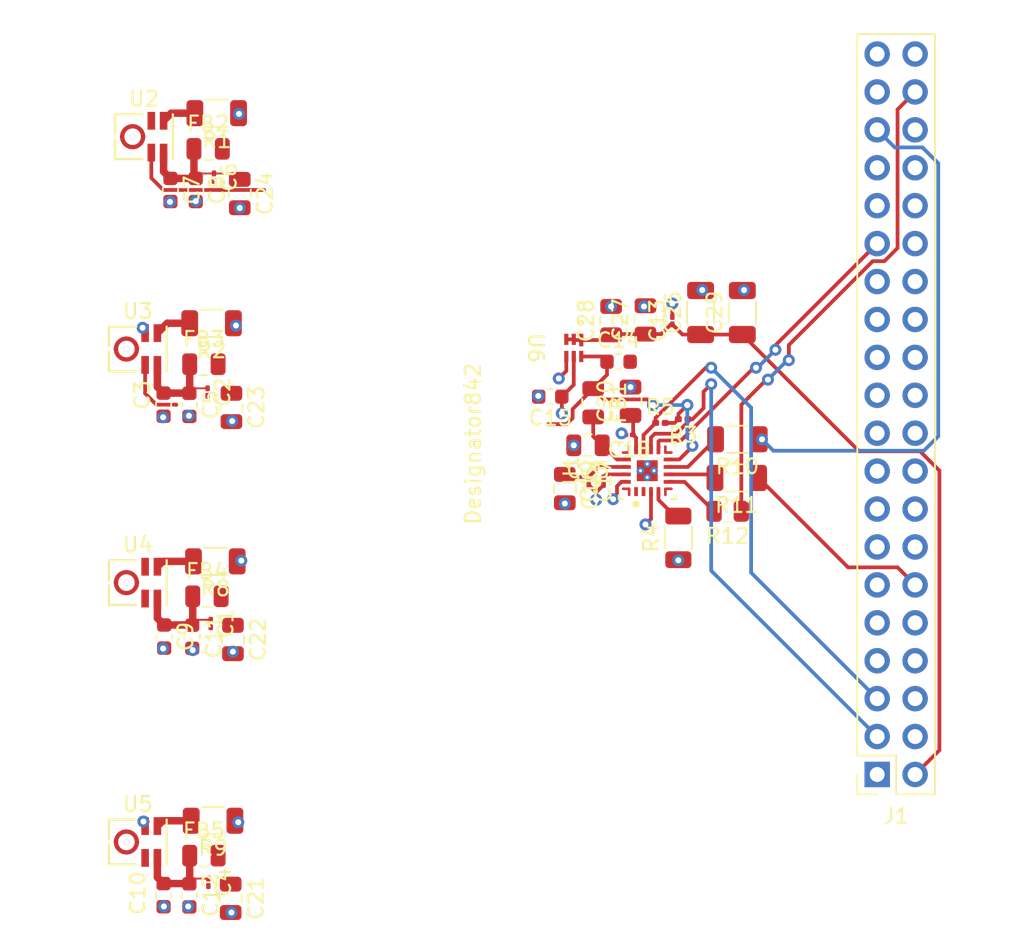
<source format=kicad_pcb>
(kicad_pcb (version 20221018) (generator pcbnew)
  (layers (0 "F.Cu" signal) (31 "B.Cu" signal) (34 "B.Paste" user) (35 "F.Paste" user) (36 "B.SilkS" user "B.Silkscreen") (37 "F.SilkS" user "F.Silkscreen") (38 "B.Mask" user) (39 "F.Mask" user) (44 "Edge.Cuts" user))
  (net 0 "")
  (net 1 "GND")
  (net 2 "+5V")
  (net 3 "AVDD")
  (net 4 "+1V8")
  (net 5 "AREG")
  (net 6 "DREG")
  (net 7 "VREF")
  (net 8 "PDM_IN_2")
  (net 9 "Net-(U2-DATA)")
  (net 10 "Net-(U3-DATA)")
  (net 11 "PDMCLK")
  (net 12 "Net-(U1-PDMCLK_GPO1)")
  (net 13 "PDM_IN_1")
  (net 14 "Net-(U4-DATA)")
  (net 15 "Net-(U5-DATA)")
  (net 16 "FSYNC")
  (net 17 "Net-(U1-FSYNC)")
  (net 18 "FBCLK")
  (net 19 "Net-(U1-BCLK)")
  (net 20 "SDOUT")
  (net 21 "Net-(U1-SDOUT)")
  (net 24 "SDA")
  (net 25 "SCL")
  (net 63 "Net-(U2-VDD)")
  (net 64 "Net-(U4-VDD)")
  (net 65 "Net-(U3-VDD)")
  (net 66 "Net-(U5-VDD)")
  (net 67 "IOVDD")
  (net 68 "PCMD_GPIO1")
  (footprint "Resistor_SMD:R_1206_3216Metric" (layer "F.Cu") (at 39.0956 31.8516 180)
    (fp_text reference "R1")
    (fp_text value "100")
  )
  (footprint "Capacitor_SMD:C_0603_1608Metric" (layer "F.Cu") (at 37.2656 51.389 -90)
    (fp_text reference "C5")
    (fp_text value "330pf")
  )
  (footprint "Capacitor_SMD:C_0603_1608Metric" (layer "F.Cu") (at 61.425 50.8412 180)
    (fp_text reference "C15")
    (fp_text value "1uf")
  )
  (footprint "Resistor_SMD:R_1206_3216Metric" (layer "F.Cu") (at 39.0037 61.8744 180)
    (fp_text reference "R8")
    (fp_text value "100")
  )
  (footprint "Capacitor_SMD:C_0603_1608Metric" (layer "F.Cu") (at 66 48.5)
    (fp_text reference "C14")
    (fp_text value "1uf")
  )
  (footprint "Resistor_SMD:R_1206_3216Metric" (layer "F.Cu") (at 73.9541 53.6956 180)
    (fp_text reference "R10")
    (fp_text value "0")
  )
  (footprint "Resistor_SMD:R_1206_3216Metric" (layer "F.Cu") (at 73.914 56.2864 180)
    (fp_text reference "R11")
    (fp_text value "0")
  )
  (footprint "Capacitor_SMD:C_0603_1608Metric" (layer "F.Cu") (at 37.6936 36.9954 -90)
    (fp_text reference "C8")
    (fp_text value "330pf")
  )
  (footprint "Capacitor_SMD:C_1206_3216Metric" (layer "F.Cu") (at 71.4908 45.2056 90)
    (fp_text reference "C26")
    (fp_text value "100nf")
  )
  (footprint "Capacitor_SMD:C_01005_0402Metric" (layer "F.Cu") (at 38.5356 83.3712 -90)
    (fp_text reference "C4")
    (fp_text value "0.1uf")
  )
  (footprint "Capacitor_SMD:C_0805_2012Metric" (layer "F.Cu") (at 40.0812 51.562 -90)
    (fp_text reference "C23")
    (fp_text value "2.2uf")
  )
  (footprint "Audio_Break_Out:DSE6_TEX" (layer "F.Cu") (at 63 47.575 -90)
    (fp_text reference "U6")
    (fp_text value "TLV7103318QDSERQ1" hide)
  )
  (footprint "Capacitor_SMD:C_0603_1608Metric" (layer "F.Cu") (at 35.5384 51.376 -90)
    (fp_text reference "C3")
    (fp_text value "47pf")
  )
  (footprint "Capacitor_SMD:C_0805_2012Metric" (layer "F.Cu") (at 62.4 57 -90)
    (fp_text reference "C16")
    (fp_text value "10uf")
  )
  (footprint "Capacitor_SMD:C_0603_1608Metric" (layer "F.Cu") (at 37.4572 66.9222 -90)
    (fp_text reference "C11")
    (fp_text value "330pf")
  )
  (footprint "Audio_Break_Out:SPH0690LM4H-1_KNO" (layer "F.Cu") (at 33.8138 80.6697)
    (fp_text reference "U5")
    (fp_text value "SPH0690LM4H-1")
  )
  (footprint "Capacitor_SMD:C_0603_1608Metric" (layer "F.Cu") (at 35.9968 36.9954 -90)
    (fp_text reference "C7")
    (fp_text value "47pf")
  )
  (footprint "Resistor_SMD:R_0805_2012Metric" (layer "F.Cu") (at 73.3044 58.5216 180)
    (fp_text reference "R12")
    (fp_text value "33")
  )
  (footprint "Capacitor_SMD:C_0805_2012Metric" (layer "F.Cu") (at 38.2372 48.6664)
    (fp_text reference "FB3")
    (fp_text value "FerriteBead")
  )
  (footprint "Capacitor_SMD:C_0805_2012Metric" (layer "F.Cu") (at 40.1828 67.1068 -90)
    (fp_text reference "C22")
    (fp_text value "2.2uf")
  )
  (footprint "Capacitor_SMD:C_1206_3216Metric" (layer "F.Cu") (at 74.2848 45.2056 90)
    (fp_text reference "C29")
    (fp_text value "10uf")
  )
  (footprint "Capacitor_SMD:C_0603_1608Metric" (layer "F.Cu") (at 35.5384 84.2308 -90)
    (fp_text reference "C10")
    (fp_text value "47pf")
  )
  (footprint "Audio_Break_Out:RTE0020A-MFG" (layer "F.Cu") (at 67.9196 55.7988 90)
    (fp_text reference "U1")
    (fp_text value "PCMD3140IRTER")
  )
  (footprint "Capacitor_SMD:C_0805_2012Metric" (layer "F.Cu") (at 40.0304 84.4448 -90)
    (fp_text reference "C21")
    (fp_text value "2.2uf")
  )
  (footprint "Capacitor_SMD:C_01005_0402Metric" (layer "F.Cu") (at 66.7 53.4 180)
    (fp_text reference "C18")
    (fp_text value "0.1uf")
  )
  (footprint "Capacitor_SMD:C_0805_2012Metric" (layer "F.Cu") (at 64.3 51.25 -90)
    (fp_text reference "FB1")
    (fp_text value "FerriteBead")
  )
  (footprint "Capacitor_SMD:C_0805_2012Metric" (layer "F.Cu") (at 40.64 37.2364 -90)
    (fp_text reference "C24")
    (fp_text value "2.2uf")
  )
  (footprint "Resistor_SMD:R_1206_3216Metric" (layer "F.Cu") (at 38.8513 79.248 180)
    (fp_text reference "R9")
    (fp_text value "100")
  )
  (footprint "Capacitor_SMD:C_0603_1608Metric" (layer "F.Cu") (at 37.2656 84.2438 -90)
    (fp_text reference "C12")
    (fp_text value "330pf")
  )
  (footprint "Resistor_SMD:R_0201_0603Metric" (layer "F.Cu") (at 68.8 52.6)
    (fp_text reference "R5")
    (fp_text value "470")
  )
  (footprint "Connector_PinSocket_2.54mm:PinSocket_2x20_P2.54mm_Vertical" (layer "F.Cu") (at 83.312 76.1492 180)
    (fp_text reference "J1")
    (fp_text value "Conn_02x20_Odd_Even")
  )
  (footprint "Capacitor_SMD:C_0805_2012Metric" (layer "F.Cu") (at 65.5 45.75 90)
    (fp_text reference "C28")
    (fp_text value "100pf")
  )
  (footprint "Resistor_SMD:R_0201_0603Metric" (layer "F.Cu") (at 70.322 52.3494 180)
    (fp_text reference "R3")
    (fp_text value "470")
  )
  (footprint "Capacitor_SMD:C_0805_2012Metric" (layer "F.Cu") (at 67.8 45.7 90)
    (fp_text reference "C27")
    (fp_text value "1nf")
  )
  (footprint "Capacitor_SMD:C_0805_2012Metric" (layer "F.Cu") (at 66.8 51.15 90)
    (fp_text reference "C20")
    (fp_text value "10uf")
  )
  (footprint "Resistor_SMD:R_1206_3216Metric" (layer "F.Cu") (at 70 60.3 90)
    (fp_text reference "R4")
    (fp_text value "100")
  )
  (footprint "Capacitor_SMD:C_0805_2012Metric" (layer "F.Cu") (at 63.95 54.1 180)
    (fp_text reference "C25")
    (fp_text value "2.2uf")
  )
  (footprint "Capacitor_SMD:C_0805_2012Metric" (layer "F.Cu") (at 38.4404 64.2112)
    (fp_text reference "FB4")
    (fp_text value "FerriteBead")
  )
  (footprint "Capacitor_SMD:C_01005_0402Metric" (layer "F.Cu") (at 64 56.5 -90)
    (fp_text reference "C17")
    (fp_text value "0.1uf")
  )
  (footprint "Capacitor_SMD:C_01005_0402Metric" (layer "F.Cu") (at 69.6 45.75 90)
    (fp_text reference "C13")
    (fp_text value "10nf")
  )
  (footprint "Capacitor_SMD:C_0805_2012Metric" (layer "F.Cu") (at 38.5216 34.2392)
    (fp_text reference "FB2")
    (fp_text value "FerriteBead")
  )
  (footprint "Audio_Break_Out:SPH0690LM4H-1_KNO" (layer "F.Cu") (at 34.229 33.4271)
    (fp_text reference "U2")
    (fp_text value "SPH0690LM4H-1")
  )
  (footprint "Audio_Break_Out:SPH0690LM4H-1_KNO" (layer "F.Cu") (at 33.8138 63.2975)
    (fp_text reference "U4")
    (fp_text value "SPH0690LM4H-1")
  )
  (footprint "Capacitor_SMD:C_01005_0402Metric" (layer "F.Cu") (at 38.9128 36.1398 -90)
    (fp_text reference "C6")
    (fp_text value "0.1uf")
  )
  (footprint "Audio_Break_Out:SPH0690LM4H-1_KNO" (layer "F.Cu") (at 33.8138 47.6497)
    (fp_text reference "U3")
    (fp_text value "SPH0690LM4H-1")
  )
  (footprint "Capacitor_SMD:C_01005_0402Metric" (layer "F.Cu") (at 38.6968 66.0376 -90)
    (fp_text reference "C1")
    (fp_text value "0.1uf")
  )
  (footprint "Resistor_SMD:R_1206_3216Metric" (layer "F.Cu") (at 38.7507 45.9232 180)
    (fp_text reference "R2")
    (fp_text value "100")
  )
  (footprint "Capacitor_SMD:C_01005_0402Metric" (layer "F.Cu") (at 38.4848 50.5334 -90)
    (fp_text reference "C2")
    (fp_text value "0.1uf")
  )
  (footprint "Capacitor_SMD:C_0805_2012Metric" (layer "F.Cu") (at 38.2372 81.5848)
    (fp_text reference "FB5")
    (fp_text value "FerriteBead")
  )
  (footprint "Capacitor_SMD:C_01005_0402Metric" (layer "F.Cu") (at 65 56.5 90)
    (fp_text reference "C19")
    (fp_text value "0.1uf")
  )
  (footprint "Capacitor_SMD:C_0603_1608Metric" (layer "F.Cu") (at 35.5776 66.9092 -90)
    (fp_text reference "C9")
    (fp_text value "47pf")
  )
  (segment (start 37.2364 52.1348) (end 37.2656 52.164) (width 0.25) (layer "F.Cu") (net 1))
  (segment (start 40.0964 52.512) (end 40.132 52.4764) (width 0.25) (layer "F.Cu") (net 1))
  (segment (start 64.975 56.775) (end 65 56.775) (width 0.25) (layer "F.Cu") (net 1))
  (segment (start 61.946 49.622) (end 61.946 49.622) (width 0.25) (layer "F.Cu") (net 1))
  (segment (start 35.9664 37.7952) (end 35.972 37.7952) (width 0.25) (layer "F.Cu") (net 1))
  (segment (start 64.5 57.25) (end 64.975 56.775) (width 0.25) (layer "F.Cu") (net 1))
  (segment (start 40.64 38.1864) (end 40.64 38.2016) (width 0.25) (layer "F.Cu") (net 1))
  (segment (start 35.5384 52.1932) (end 35.5092 52.2224) (width 0.25) (layer "F.Cu") (net 1))
  (segment (start 37.216 85.0188) (end 37.1856 84.9884) (width 0.25) (layer "F.Cu") (net 1))
  (segment (start 64.5 57.75) (end 64.5 57.25) (width 0.25) (layer "F.Cu") (net 1))
  (segment (start 35.5454 67.7164) (end 35.5776 67.6842) (width 0.25) (layer "F.Cu") (net 1))
  (segment (start 69.6 44.6) (end 69.6 45.475) (width 0.25) (layer "F.Cu") (net 1))
  (segment (start 35.972 37.7952) (end 35.9968 37.7704) (width 0.25) (layer "F.Cu") (net 1))
  (segment (start 64.025 56.775) (end 64 56.775) (width 0.25) (layer "F.Cu") (net 1))
  (segment (start 35.5384 52.151) (end 35.5384 52.1932) (width 0.25) (layer "F.Cu") (net 1))
  (segment (start 61.9968 49.622) (end 61.946 49.622) (width 0.25) (layer "F.Cu") (net 1))
  (segment (start 40.0812 52.512) (end 40.0964 52.512) (width 0.25) (layer "F.Cu") (net 1))
  (segment (start 62.500001 48.15) (end 62.500001 49.118799) (width 0.25) (layer "F.Cu") (net 1))
  (segment (start 35.5092 67.7164) (end 35.5454 67.7164) (width 0.25) (layer "F.Cu") (net 1))
  (segment (start 37.2656 85.0188) (end 37.216 85.0188) (width 0.25) (layer "F.Cu") (net 1))
  (segment (start 40.0304 85.3948) (end 40.0812 85.3948) (width 0.25) (layer "F.Cu") (net 1))
  (segment (start 35.5558 84.9884) (end 35.5384 85.0058) (width 0.25) (layer "F.Cu") (net 1))
  (segment (start 37.4572 67.7848) (end 37.4904 67.818) (width 0.25) (layer "F.Cu") (net 1))
  (segment (start 37.4572 67.6972) (end 37.4572 67.7848) (width 0.25) (layer "F.Cu") (net 1))
  (segment (start 62.500001 49.118799) (end 61.9968 49.622) (width 0.25) (layer "F.Cu") (net 1))
  (segment (start 64.5 57.25) (end 64.025 56.775) (width 0.25) (layer "F.Cu") (net 1))
  (segment (start 37.2364 52.1208) (end 37.2364 52.1348) (width 0.25) (layer "F.Cu") (net 1))
  (segment (start 35.56 84.9884) (end 35.5558 84.9884) (width 0.25) (layer "F.Cu") (net 1))
  (segment (start 37.6936 37.7444) (end 37.6936 37.7704) (width 0.25) (layer "F.Cu") (net 1))
  (segment (start 61.9968 49.5712) (end 61.9968 49.622) (width 0.25) (layer "F.Cu") (net 1))
  (segment (start 40.1828 67.9196) (end 40.1828 68.0568) (width 0.25) (layer "F.Cu") (net 1))
  (via (at 37.6936 37.7444) (size 0.8) (drill 0.4) (layers "F.Cu" "B.Cu") (net 1))
  (via (at 40.132 52.4764) (size 0.8) (drill 0.4) (layers "F.Cu" "B.Cu") (net 1))
  (via (at 35.9664 37.7952) (size 0.8) (drill 0.4) (layers "F.Cu" "B.Cu") (net 1))
  (via (at 66.2 53.3) (size 0.8) (drill 0.4) (layers "F.Cu" "B.Cu") (net 1))
  (via (at 40.1828 67.9196) (size 0.8) (drill 0.4) (layers "F.Cu" "B.Cu") (net 1))
  (via (at 35.5092 67.7164) (size 0.8) (drill 0.4) (layers "F.Cu" "B.Cu") (net 1))
  (via (at 64.5 57.75) (size 0.8) (drill 0.4) (layers "F.Cu" "B.Cu") (net 1))
  (via (at 35.5092 52.2224) (size 0.8) (drill 0.4) (layers "F.Cu" "B.Cu") (net 1))
  (via (at 37.4904 67.818) (size 0.8) (drill 0.4) (layers "F.Cu" "B.Cu") (net 1))
  (via (at 71.6 43.7) (size 0.8) (drill 0.4) (layers "F.Cu" "B.Cu") (net 1))
  (via (at 37.1856 84.9884) (size 0.8) (drill 0.4) (layers "F.Cu" "B.Cu") (net 1))
  (via (at 40.0812 85.3948) (size 0.8) (drill 0.4) (layers "F.Cu" "B.Cu") (net 1))
  (via (at 34.1884 79.2988) (size 0.8) (drill 0.4) (layers "F.Cu" "B.Cu") (net 1))
  (via (at 63 54.1) (size 0.8) (drill 0.4) (layers "F.Cu" "B.Cu") (net 1))
  (via (at 67.7 44.8) (size 0.8) (drill 0.4) (layers "F.Cu" "B.Cu") (net 1))
  (via (at 62.4 58) (size 0.8) (drill 0.4) (layers "F.Cu" "B.Cu") (net 1))
  (via (at 74.4 43.7) (size 0.8) (drill 0.4) (layers "F.Cu" "B.Cu") (net 1))
  (via (at 60.6252 50.7904) (size 0.8) (drill 0.4) (layers "F.Cu" "B.Cu") (net 1))
  (via (at 66.8 50.2) (size 0.8) (drill 0.4) (layers "F.Cu" "B.Cu") (net 1))
  (via (at 65.5 44.8) (size 0.8) (drill 0.4) (layers "F.Cu" "B.Cu") (net 1))
  (via (at 37.2364 52.1208) (size 0.8) (drill 0.4) (layers "F.Cu" "B.Cu") (net 1))
  (via (at 34.1376 46.228) (size 0.8) (drill 0.4) (layers "F.Cu" "B.Cu") (net 1))
  (via (at 69.6 44.6) (size 0.8) (drill 0.4) (layers "F.Cu" "B.Cu") (net 1))
  (via (at 40.64 38.2016) (size 0.8) (drill 0.4) (layers "F.Cu" "B.Cu") (net 1))
  (via (at 35.56 84.9884) (size 0.8) (drill 0.4) (layers "F.Cu" "B.Cu") (net 1))
  (via (at 61.9968 49.622) (size 0.8) (drill 0.4) (layers "F.Cu" "B.Cu") (net 1))
  (segment (start 71.4908 46.6806) (end 70.2806 46.6806) (width 0.25) (layer "F.Cu") (net 2))
  (segment (start 87.477 74.5242) (end 85.852 76.1492) (width 0.25) (layer "F.Cu") (net 2))
  (segment (start 65.149962 47.050038) (end 65.5 46.7) (width 0.25) (layer "F.Cu") (net 2))
  (segment (start 69.475 46.025) (end 68.85 46.65) (width 0.25) (layer "F.Cu") (net 2))
  (segment (start 63 47) (end 62.500001 47) (width 0.25) (layer "F.Cu") (net 2))
  (segment (start 87.477 55.792499) (end 87.477 74.5242) (width 0.25) (layer "F.Cu") (net 2))
  (segment (start 63.499999 47.050038) (end 65.149962 47.050038) (width 0.25) (layer "F.Cu") (net 2))
  (segment (start 82.1042 54.5) (end 86.184501 54.5) (width 0.25) (layer "F.Cu") (net 2))
  (segment (start 74.2848 46.6806) (end 82.1042 54.5) (width 0.25) (layer "F.Cu") (net 2))
  (segment (start 65.55 46.65) (end 65.5 46.7) (width 0.25) (layer "F.Cu") (net 2))
  (segment (start 63.499999 47.050038) (end 63.050038 47.050038) (width 0.25) (layer "F.Cu") (net 2))
  (segment (start 70.2806 46.6806) (end 69.625 46.025) (width 0.25) (layer "F.Cu") (net 2))
  (segment (start 86.184501 54.5) (end 87.477 55.792499) (width 0.25) (layer "F.Cu") (net 2))
  (segment (start 69.625 46.025) (end 69.475 46.025) (width 0.25) (layer "F.Cu") (net 2))
  (segment (start 67.8 46.65) (end 65.55 46.65) (width 0.25) (layer "F.Cu") (net 2))
  (segment (start 68.85 46.65) (end 67.8 46.65) (width 0.25) (layer "F.Cu") (net 2))
  (segment (start 63.050038 47.050038) (end 63 47) (width 0.25) (layer "F.Cu") (net 2))
  (segment (start 71.4908 46.6806) (end 74.2848 46.6806) (width 0.25) (layer "F.Cu") (net 2))
  (segment (start 64.951201 54.1) (end 65.9 55.048799) (width 0.25) (layer "F.Cu") (net 3))
  (segment (start 64.3 53.5) (end 64.9 54.1) (width 0.25) (layer "F.Cu") (net 3))
  (segment (start 66.5196 55.048799) (end 65.9 55.048799) (width 0.25) (layer "F.Cu") (net 3))
  (segment (start 64.3 52.2) (end 64.3 53.5) (width 0.25) (layer "F.Cu") (net 3))
  (segment (start 65.9 55.048799) (end 65.898799 55.048799) (width 0.25) (layer "F.Cu") (net 3))
  (segment (start 64.9 54.1) (end 64.951201 54.1) (width 0.25) (layer "F.Cu") (net 3))
  (segment (start 63 48.15) (end 63 50.0412) (width 0.25) (layer "F.Cu") (net 4))
  (segment (start 62.2 50.8412) (end 62.2 51.9588) (width 0.25) (layer "F.Cu") (net 4))
  (segment (start 62.2 50.623827) (end 62.2 50.8412) (width 0.25) (layer "F.Cu") (net 4))
  (segment (start 62.2 51.9588) (end 62.2 51.908) (width 0.25) (layer "F.Cu") (net 4))
  (segment (start 63 50.0412) (end 62.2 50.8412) (width 0.25) (layer "F.Cu") (net 4))
  (via (at 62.2 51.9588) (size 0.8) (drill 0.4) (layers "F.Cu" "B.Cu") (net 4))
  (segment (start 62.4 56.05) (end 62.575 56.225) (width 0.25) (layer "F.Cu") (net 5))
  (segment (start 62.575 56.225) (end 64 56.225) (width 0.25) (layer "F.Cu") (net 5))
  (segment (start 66.5196 55.5488) (end 64.6762 55.5488) (width 0.25) (layer "F.Cu") (net 5))
  (segment (start 64.6762 55.5488) (end 64 56.225) (width 0.25) (layer "F.Cu") (net 5))
  (segment (start 67.169599 54.3988) (end 67.169599 53.594599) (width 0.25) (layer "F.Cu") (net 6))
  (segment (start 66.975 52.275) (end 66.975 53.4) (width 0.25) (layer "F.Cu") (net 6))
  (segment (start 66.8 52.1) (end 66.975 52.275) (width 0.25) (layer "F.Cu") (net 6))
  (segment (start 67.169599 53.594599) (end 66.975 53.4) (width 0.25) (layer "F.Cu") (net 6))
  (segment (start 67.169599 54.3988) (end 67.1664 54.395601) (width 0.25) (layer "F.Cu") (net 6))
  (segment (start 66.5196 56.0488) (end 65.1762 56.0488) (width 0.25) (layer "F.Cu") (net 7))
  (segment (start 65.1762 56.0488) (end 65 56.225) (width 0.25) (layer "F.Cu") (net 7))
  (segment (start 65.894601 56.839179) (end 65.894601 57.447799) (width 0.25) (layer "F.Cu") (net 8))
  (segment (start 65.894601 57.447799) (end 65.6336 57.7088) (width 0.25) (layer "F.Cu") (net 8))
  (segment (start 66.5196 56.548801) (end 66.184979 56.548801) (width 0.25) (layer "F.Cu") (net 8))
  (segment (start 40.2132 45.9232) (end 40.5581 45.5783) (width 0.25) (layer "F.Cu") (net 8))
  (segment (start 66.184979 56.548801) (end 65.894601 56.839179) (width 0.25) (layer "F.Cu") (net 8))
  (via (at 40.5892 31.9024) (size 0.8) (drill 0.4) (layers "F.Cu" "B.Cu") (net 8))
  (via (at 40.386 46.0756) (size 0.8) (drill 0.4) (layers "F.Cu" "B.Cu") (net 8))
  (via (at 65.6336 57.7088) (size 0.8) (drill 0.4) (layers "F.Cu" "B.Cu") (net 8))
  (segment (start 40.5892 31.9024) (end 40.5384 31.8516) (width 0.25) (layer "B.Cu") (net 8))
  (segment (start 40.5384 31.9532) (end 40.5892 31.9024) (width 0.25) (layer "B.Cu") (net 8))
  (segment (start 40.5384 31.8516) (end 40.5384 31.8008) (width 0.25) (layer "B.Cu") (net 8))
  (segment (start 40.3352 46.0248) (end 40.386 46.0756) (width 0.25) (layer "B.Cu") (net 8))
  (segment (start 37.6331 31.8516) (end 36.049 31.8516) (width 0.5) (layer "F.Cu") (net 9))
  (segment (start 36.049 31.8516) (end 35.5396 32.361) (width 0.5) (layer "F.Cu") (net 9))
  (segment (start 37.2882 45.9232) (end 35.7848 45.9232) (width 0.5) (layer "F.Cu") (net 10))
  (segment (start 35.7848 45.9232) (end 35.1244 46.5836) (width 0.5) (layer "F.Cu") (net 10))
  (segment (start 34.7176 36.194017) (end 34.7176 34.4932) (width 0.25) (layer "F.Cu") (net 11))
  (segment (start 36.380399 51.376) (end 35.060583 51.376) (width 0.25) (layer "F.Cu") (net 11))
  (segment (start 42.2786 36.9954) (end 35.518983 36.9954) (width 0.25) (layer "F.Cu") (net 11))
  (segment (start 36.393399 51.389) (end 36.380399 51.376) (width 0.25) (layer "F.Cu") (net 11))
  (segment (start 35.518983 36.9954) (end 34.7176 36.194017) (width 0.25) (layer "F.Cu") (net 11))
  (segment (start 35.060583 51.376) (end 34.3024 50.617817) (width 0.25) (layer "F.Cu") (net 11))
  (segment (start 34.3024 50.617817) (end 34.3024 48.7158) (width 0.25) (layer "F.Cu") (net 11))
  (via (at 70 61.8) (size 0.8) (drill 0.4) (layers "F.Cu" "B.Cu") (net 11))
  (segment (start 69.758302 58.8375) (end 70 58.8375) (width 0.25) (layer "F.Cu") (net 12))
  (segment (start 68.669601 57.748799) (end 69.758302 58.8375) (width 0.25) (layer "F.Cu") (net 12))
  (segment (start 68.669601 57.1988) (end 68.669601 57.748799) (width 0.25) (layer "F.Cu") (net 12))
  (segment (start 68.1696 57.1988) (end 68.1696 59.0304) (width 0.25) (layer "F.Cu") (net 13))
  (segment (start 68.1696 59.0304) (end 67.8 59.4) (width 0.25) (layer "F.Cu") (net 13))
  (via (at 40.5384 79.3496) (size 0.8) (drill 0.4) (layers "F.Cu" "B.Cu") (net 13))
  (via (at 67.8 59.4) (size 0.8) (drill 0.4) (layers "F.Cu" "B.Cu") (net 13))
  (via (at 40.7416 61.8236) (size 0.8) (drill 0.4) (layers "F.Cu" "B.Cu") (net 13))
  (segment (start 40.7416 61.8236) (end 40.8432 61.6712) (width 0.25) (layer "B.Cu") (net 13))
  (segment (start 40.5384 79.3496) (end 40.386 79.3496) (width 0.25) (layer "B.Cu") (net 13))
  (segment (start 35.4814 61.8744) (end 35.1244 62.2314) (width 0.5) (layer "F.Cu") (net 14))
  (segment (start 37.5412 61.8744) (end 35.4814 61.8744) (width 0.5) (layer "F.Cu") (net 14))
  (segment (start 37.3888 79.248) (end 35.48 79.248) (width 0.5) (layer "F.Cu") (net 15))
  (segment (start 35.48 79.248) (end 35.1244 79.6036) (width 0.5) (layer "F.Cu") (net 15))
  (via (at 75.6 53.7) (size 0.8) (drill 0.4) (layers "F.Cu" "B.Cu") (net 16))
  (segment (start 76.3642 54.4642) (end 86.4358 54.4642) (width 0.25) (layer "B.Cu") (net 16))
  (segment (start 86.338701 34.1442) (end 84.487 34.1442) (width 0.25) (layer "B.Cu") (net 16))
  (segment (start 87.4 35.205499) (end 86.338701 34.1442) (width 0.25) (layer "B.Cu") (net 16))
  (segment (start 75.6 53.7) (end 76.3642 54.4642) (width 0.25) (layer "B.Cu") (net 16))
  (segment (start 84.487 34.1442) (end 83.312 32.9692) (width 0.25) (layer "B.Cu") (net 16))
  (segment (start 87.4 53.5) (end 87.4 35.205499) (width 0.25) (layer "B.Cu") (net 16))
  (segment (start 86.4358 54.4642) (end 87.4 53.5) (width 0.25) (layer "B.Cu") (net 16))
  (segment (start 70.6384 55.5488) (end 72.4916 53.6956) (width 0.25) (layer "F.Cu") (net 17))
  (segment (start 69.3196 55.5488) (end 70.6384 55.5488) (width 0.25) (layer "F.Cu") (net 17))
  (segment (start 81.3643 62.2742) (end 84.677 62.2742) (width 0.25) (layer "F.Cu") (net 18))
  (segment (start 75.3765 56.2864) (end 81.3643 62.2742) (width 0.25) (layer "F.Cu") (net 18))
  (segment (start 84.677 62.2742) (end 85.852 63.4492) (width 0.25) (layer "F.Cu") (net 18))
  (segment (start 69.3196 56.0488) (end 72.2139 56.0488) (width 0.25) (layer "F.Cu") (net 19))
  (segment (start 72.2139 56.0488) (end 72.4515 56.2864) (width 0.25) (layer "F.Cu") (net 19))
  (segment (start 83.015299 41.7642) (end 83.798701 41.7642) (width 0.25) (layer "F.Cu") (net 20))
  (segment (start 83.798701 41.7642) (end 84.677 40.885901) (width 0.25) (layer "F.Cu") (net 20))
  (segment (start 84.677 31.6042) (end 85.852 30.4292) (width 0.25) (layer "F.Cu") (net 20))
  (segment (start 84.677 40.885901) (end 84.677 31.6042) (width 0.25) (layer "F.Cu") (net 20))
  (segment (start 74.2169 51.3831) (end 75.9 49.7) (width 0.25) (layer "F.Cu") (net 20))
  (segment (start 77.4 47.379499) (end 83.015299 41.7642) (width 0.25) (layer "F.Cu") (net 20))
  (segment (start 76 49.6) (end 75.9 49.7) (width 0.25) (layer "F.Cu") (net 20))
  (segment (start 74.2169 58.5216) (end 74.2169 51.3831) (width 0.25) (layer "F.Cu") (net 20))
  (segment (start 77.4 48.4) (end 77.4 47.379499) (width 0.25) (layer "F.Cu") (net 20))
  (segment (start 75.9 49.7) (end 76 49.7) (width 0.25) (layer "F.Cu") (net 20))
  (segment (start 76 49.7) (end 76 49.6) (width 0.25) (layer "F.Cu") (net 20))
  (via (at 76 49.7) (size 0.8) (drill 0.4) (layers "F.Cu" "B.Cu") (net 20))
  (via (at 77.4 48.4) (size 0.8) (drill 0.4) (layers "F.Cu" "B.Cu") (net 20))
  (segment (start 77.3 48.4) (end 76 49.7) (width 0.25) (layer "B.Cu") (net 20))
  (segment (start 77.4 48.4) (end 77.3 48.4) (width 0.25) (layer "B.Cu") (net 20))
  (segment (start 69.3196 56.548801) (end 70.419101 56.548801) (width 0.25) (layer "F.Cu") (net 21))
  (segment (start 70.419101 56.548801) (end 72.3919 58.5216) (width 0.25) (layer "F.Cu") (net 21))
  (segment (start 68.1696 54.3988) (end 68.1696 53.575099) (width 0.25) (layer "F.Cu") (net 24))
  (segment (start 70.642 52.3494) (end 70.9506 52.3494) (width 0.25) (layer "F.Cu") (net 24))
  (segment (start 70.642 52.540441) (end 70.642 52.3494) (width 0.25) (layer "F.Cu") (net 24))
  (segment (start 68.1696 53.575099) (end 68.420898 53.323801) (width 0.25) (layer "F.Cu") (net 24))
  (segment (start 68.420898 53.323801) (end 69.85864 53.323801) (width 0.25) (layer "F.Cu") (net 24))
  (segment (start 70.9506 52.3494) (end 71.6904 51.6096) (width 0.25) (layer "F.Cu") (net 24))
  (segment (start 71.6904 51.6096) (end 71.6904 50.5096) (width 0.25) (layer "F.Cu") (net 24))
  (segment (start 69.85864 53.323801) (end 70.642 52.540441) (width 0.25) (layer "F.Cu") (net 24))
  (segment (start 71.6904 50.5096) (end 72.2 50) (width 0.25) (layer "F.Cu") (net 24))
  (via (at 72.2 50) (size 0.8) (drill 0.4) (layers "F.Cu" "B.Cu") (net 24))
  (segment (start 72.2 50) (end 72.2 62.4972) (width 0.25) (layer "B.Cu") (net 24))
  (segment (start 72.2 62.4972) (end 83.312 73.6092) (width 0.25) (layer "B.Cu") (net 24))
  (segment (start 68.48 52.258604) (end 71.838604 48.9) (width 0.25) (layer "F.Cu") (net 25))
  (segment (start 71.838604 48.9) (end 72.2 48.9) (width 0.25) (layer "F.Cu") (net 25))
  (segment (start 68.48 52.6) (end 68.48 52.258604) (width 0.25) (layer "F.Cu") (net 25))
  (segment (start 67.6696 53.4104) (end 68.48 52.6) (width 0.25) (layer "F.Cu") (net 25))
  (segment (start 67.6696 54.3988) (end 67.6696 53.4104) (width 0.25) (layer "F.Cu") (net 25))
  (via (at 72.2 48.9) (size 0.8) (drill 0.4) (layers "F.Cu" "B.Cu") (net 25))
  (segment (start 74.875 51.575) (end 74.875 62.6322) (width 0.25) (layer "B.Cu") (net 25))
  (segment (start 74.875 62.6322) (end 83.312 71.0692) (width 0.25) (layer "B.Cu") (net 25))
  (segment (start 72.2 48.9) (end 74.875 51.575) (width 0.25) (layer "B.Cu") (net 25))
  (segment (start 35.9968 36.2204) (end 37.6936 36.2204) (width 0.5) (layer "F.Cu") (net 63))
  (segment (start 38.9128 35.8898) (end 40.2434 35.8898) (width 0.125) (layer "F.Cu") (net 63))
  (segment (start 38.0242 35.8898) (end 37.6936 36.2204) (width 0.125) (layer "F.Cu") (net 63))
  (segment (start 40.2434 35.8898) (end 40.64 36.2864) (width 0.125) (layer "F.Cu") (net 63))
  (segment (start 38.9128 35.8898) (end 38.0242 35.8898) (width 0.125) (layer "F.Cu") (net 63))
  (segment (start 37.3176 34.4932) (end 37.5716 34.2392) (width 0.5) (layer "F.Cu") (net 63))
  (segment (start 35.5396 35.7632) (end 35.9968 36.2204) (width 0.5) (layer "F.Cu") (net 63))
  (segment (start 37.5716 36.0984) (end 37.6936 36.2204) (width 0.5) (layer "F.Cu") (net 63))
  (segment (start 35.5396 34.4932) (end 35.5396 35.7632) (width 0.5) (layer "F.Cu") (net 63))
  (segment (start 37.5716 34.2392) (end 37.5716 36.0984) (width 0.5) (layer "F.Cu") (net 63))
  (segment (start 37.8168 65.7876) (end 37.4572 66.1472) (width 0.125) (layer "F.Cu") (net 64))
  (segment (start 35.1244 65.681) (end 35.5776 66.1342) (width 0.5) (layer "F.Cu") (net 64))
  (segment (start 38.6968 65.7876) (end 37.8168 65.7876) (width 0.125) (layer "F.Cu") (net 64))
  (segment (start 37.4904 64.2112) (end 37.4904 66.114) (width 0.5) (layer "F.Cu") (net 64))
  (segment (start 37.4442 66.1342) (end 37.4572 66.1472) (width 0.5) (layer "F.Cu") (net 64))
  (segment (start 35.1244 64.3636) (end 35.1244 65.681) (width 0.5) (layer "F.Cu") (net 64))
  (segment (start 37.4904 66.114) (end 37.4572 66.1472) (width 0.5) (layer "F.Cu") (net 64))
  (segment (start 35.5776 66.1342) (end 37.4442 66.1342) (width 0.5) (layer "F.Cu") (net 64))
  (segment (start 37.5962 50.2834) (end 37.2656 50.614) (width 0.125) (layer "F.Cu") (net 65))
  (segment (start 35.1244 50.187) (end 35.5384 50.601) (width 0.5) (layer "F.Cu") (net 65))
  (segment (start 35.1244 48.7158) (end 35.1244 50.187) (width 0.5) (layer "F.Cu") (net 65))
  (segment (start 37.2872 50.5924) (end 37.2656 50.614) (width 0.5) (layer "F.Cu") (net 65))
  (segment (start 37.2872 48.6664) (end 37.2872 50.5924) (width 0.5) (layer "F.Cu") (net 65))
  (segment (start 38.4848 50.2834) (end 37.5962 50.2834) (width 0.125) (layer "F.Cu") (net 65))
  (segment (start 37.2526 50.601) (end 37.2656 50.614) (width 0.5) (layer "F.Cu") (net 65))
  (segment (start 35.5384 50.601) (end 37.2526 50.601) (width 0.5) (layer "F.Cu") (net 65))
  (segment (start 38.5356 83.1212) (end 37.6132 83.1212) (width 0.125) (layer "F.Cu") (net 66))
  (segment (start 37.6132 83.1212) (end 37.2656 83.4688) (width 0.125) (layer "F.Cu") (net 66))
  (segment (start 37.2872 83.4472) (end 37.2656 83.4688) (width 0.5) (layer "F.Cu") (net 66))
  (segment (start 37.2872 81.5848) (end 37.2872 83.4472) (width 0.5) (layer "F.Cu") (net 66))
  (segment (start 37.2526 83.4558) (end 37.2656 83.4688) (width 0.5) (layer "F.Cu") (net 66))
  (segment (start 35.1244 83.0418) (end 35.5384 83.4558) (width 0.5) (layer "F.Cu") (net 66))
  (segment (start 35.1244 81.7358) (end 35.1244 83.0418) (width 0.5) (layer "F.Cu") (net 66))
  (segment (start 35.56 83.2816) (end 35.772 83.4936) (width 0.5) (layer "F.Cu") (net 66))
  (segment (start 35.56 83.312) (end 35.7416 83.4936) (width 0.5) (layer "F.Cu") (net 66))
  (segment (start 35.5384 83.4558) (end 37.2526 83.4558) (width 0.5) (layer "F.Cu") (net 66))
  (segment (start 70.6 51.4) (end 70.002 51.998) (width 0.25) (layer "F.Cu") (net 67))
  (segment (start 63.499999 48.15) (end 64.875 48.15) (width 0.25) (layer "F.Cu") (net 67))
  (segment (start 69.12 52.6) (end 69.7514 52.6) (width 0.25) (layer "F.Cu") (net 67))
  (segment (start 70.002 51.998) (end 70.002 52.3494) (width 0.25) (layer "F.Cu") (net 67))
  (segment (start 70.9422 54.1274) (end 70.993 54.1274) (width 0.25) (layer "F.Cu") (net 67))
  (segment (start 65.025 51.025) (end 67.925 51.025) (width 0.25) (layer "F.Cu") (net 67))
  (segment (start 70.993 54.1274) (end 70.993 54.1274) (width 0.25) (layer "F.Cu") (net 67))
  (segment (start 69.9766 52.324) (end 70.002 52.3494) (width 0.25) (layer "F.Cu") (net 67))
  (segment (start 65.225 49.375) (end 64.3 50.3) (width 0.25) (layer "F.Cu") (net 67))
  (segment (start 62.925 52.275) (end 62.5162 52.6838) (width 0.25) (layer "F.Cu") (net 67))
  (segment (start 70.9422 54.1782) (end 70.9422 54.1274) (width 0.25) (layer "F.Cu") (net 67))
  (segment (start 64.3 50.35) (end 64.3 50.3) (width 0.25) (layer "F.Cu") (net 67))
  (segment (start 69.7514 52.6) (end 70.002 52.3494) (width 0.25) (layer "F.Cu") (net 67))
  (segment (start 62.925 51.675) (end 62.925 52.275) (width 0.25) (layer "F.Cu") (net 67))
  (segment (start 70.3072 54.8132) (end 70.2564 54.864) (width 0.25) (layer "F.Cu") (net 67))
  (segment (start 69.3196 55.048799) (end 70.071601 55.048799) (width 0.25) (layer "F.Cu") (net 67))
  (segment (start 67.925 51.025) (end 68.3 51.4) (width 0.25) (layer "F.Cu") (net 67))
  (segment (start 64.3 50.3) (end 65.025 51.025) (width 0.25) (layer "F.Cu") (net 67))
  (segment (start 70.071601 55.048799) (end 70.3072 54.8132) (width 0.25) (layer "F.Cu") (net 67))
  (segment (start 65.225 48.5) (end 65.225 49.375) (width 0.25) (layer "F.Cu") (net 67))
  (segment (start 70.3072 54.8132) (end 70.9422 54.1782) (width 0.25) (layer "F.Cu") (net 67))
  (segment (start 64.3 50.3) (end 62.925 51.675) (width 0.25) (layer "F.Cu") (net 67))
  (segment (start 62.5162 52.6838) (end 61.2838 52.6838) (width 0.25) (layer "F.Cu") (net 67))
  (segment (start 64.875 48.15) (end 65.225 48.5) (width 0.25) (layer "F.Cu") (net 67))
  (via (at 70.6 51.4) (size 0.8) (drill 0.4) (layers "F.Cu" "B.Cu") (net 67))
  (via (at 70.6 51.4) (size 0.8) (drill 0.4) (layers "F.Cu" "B.Cu") (net 67))
  (via (at 68.3 51.4) (size 0.8) (drill 0.4) (layers "F.Cu" "B.Cu") (net 67))
  (via (at 70.9422 54.1274) (size 0.8) (drill 0.4) (layers "F.Cu" "B.Cu") (net 67))
  (segment (start 70.6 51.4) (end 70.6 53.7852) (width 0.25) (layer "B.Cu") (net 67))
  (segment (start 70.6 53.7852) (end 70.9422 54.1274) (width 0.25) (layer "B.Cu") (net 67))
  (segment (start 68.3 51.4) (end 70.6 51.4) (width 0.25) (layer "B.Cu") (net 67))
  (segment (start 68.744601 53.773801) (end 70.178199 53.773801) (width 0.25) (layer "F.Cu") (net 68))
  (segment (start 68.669601 54.3988) (end 68.669601 53.848801) (width 0.25) (layer "F.Cu") (net 68))
  (segment (start 76.5 47.7) (end 76.5 47.4012) (width 0.25) (layer "F.Cu") (net 68))
  (segment (start 68.669601 53.848801) (end 68.744601 53.773801) (width 0.25) (layer "F.Cu") (net 68))
  (segment (start 75.052 48.9) (end 75.2 48.9) (width 0.25) (layer "F.Cu") (net 68))
  (segment (start 70.178199 53.773801) (end 75.052 48.9) (width 0.25) (layer "F.Cu") (net 68))
  (segment (start 76.5 47.4012) (end 83.312 40.5892) (width 0.25) (layer "F.Cu") (net 68))
  (via (at 76.5 47.7) (size 0.8) (drill 0.4) (layers "F.Cu" "B.Cu") (net 68))
  (via (at 75.2 48.9) (size 0.8) (drill 0.4) (layers "F.Cu" "B.Cu") (net 68))
  (segment (start 75.2 48.9) (end 75.3 48.9) (width 0.25) (layer "B.Cu") (net 68))
  (segment (start 75.3 48.9) (end 76.5 47.7) (width 0.25) (layer "B.Cu") (net 68))
)
</source>
